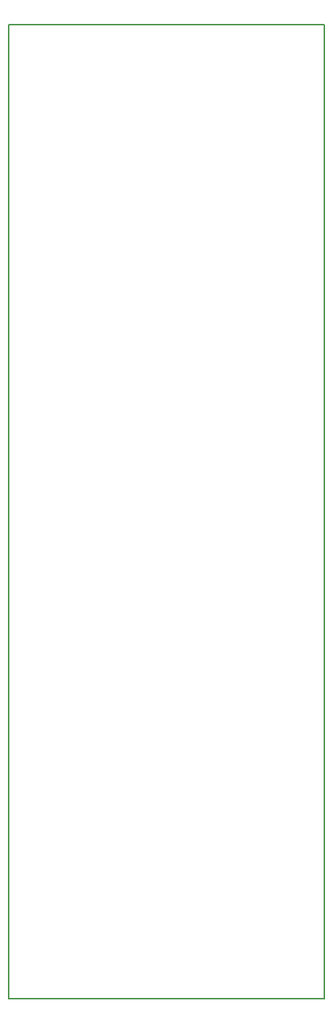
<source format=gbr>
G04 #@! TF.GenerationSoftware,KiCad,Pcbnew,(5.0.1)-4*
G04 #@! TF.CreationDate,2019-03-05T01:35:27-06:00*
G04 #@! TF.ProjectId,VCO,56434F2E6B696361645F706362000000,rev?*
G04 #@! TF.SameCoordinates,Original*
G04 #@! TF.FileFunction,Profile,NP*
%FSLAX46Y46*%
G04 Gerber Fmt 4.6, Leading zero omitted, Abs format (unit mm)*
G04 Created by KiCad (PCBNEW (5.0.1)-4) date 3/5/2019 1:35:27*
%MOMM*%
%LPD*%
G01*
G04 APERTURE LIST*
%ADD10C,0.150000*%
G04 APERTURE END LIST*
D10*
X144272000Y212090000D02*
X181229000Y212090000D01*
X181229000Y98171000D02*
X144272000Y98171000D01*
X181229000Y212090000D02*
X181229000Y98171000D01*
X144272000Y98171000D02*
X144272000Y212090000D01*
M02*

</source>
